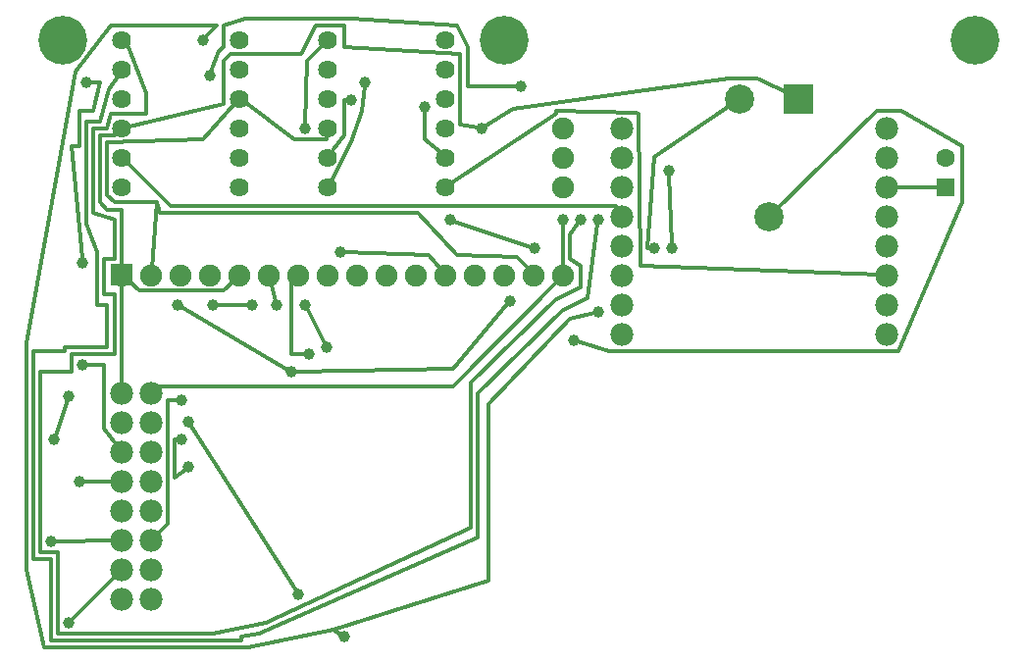
<source format=gbl>
G04 MADE WITH FRITZING*
G04 WWW.FRITZING.ORG*
G04 DOUBLE SIDED*
G04 HOLES PLATED*
G04 CONTOUR ON CENTER OF CONTOUR VECTOR*
%ASAXBY*%
%FSLAX23Y23*%
%MOIN*%
%OFA0B0*%
%SFA1.0B1.0*%
%ADD10C,0.077778*%
%ADD11C,0.075000*%
%ADD12C,0.064000*%
%ADD13C,0.062992*%
%ADD14C,0.099000*%
%ADD15C,0.165354*%
%ADD16C,0.078000*%
%ADD17C,0.039370*%
%ADD18R,0.075000X0.075000*%
%ADD19R,0.062992X0.062992*%
%ADD20R,0.099000X0.099000*%
%ADD21C,0.012000*%
%LNCOPPER0*%
G90*
G70*
G54D10*
X2044Y1133D03*
X2044Y1233D03*
X2044Y1333D03*
X2044Y1433D03*
X2044Y1533D03*
X2044Y1633D03*
X2044Y1733D03*
X2044Y1833D03*
X2944Y1833D03*
X2944Y1733D03*
X2944Y1633D03*
X2944Y1533D03*
X2944Y1433D03*
X2944Y1333D03*
X2944Y1233D03*
X2944Y1133D03*
X2044Y1133D03*
X2044Y1233D03*
X2044Y1333D03*
X2044Y1433D03*
X2044Y1533D03*
X2044Y1633D03*
X2044Y1733D03*
X2044Y1833D03*
X2944Y1833D03*
X2944Y1733D03*
X2944Y1633D03*
X2944Y1533D03*
X2944Y1433D03*
X2944Y1333D03*
X2944Y1233D03*
X2944Y1133D03*
G54D11*
X344Y1333D03*
X444Y1333D03*
X544Y1333D03*
X644Y1333D03*
X744Y1333D03*
X844Y1333D03*
X944Y1333D03*
X1044Y1333D03*
X1144Y1333D03*
X1244Y1333D03*
X1344Y1333D03*
X1444Y1333D03*
X1544Y1333D03*
X1644Y1333D03*
X1744Y1333D03*
X1844Y1333D03*
G54D12*
X344Y1733D03*
X344Y1833D03*
X344Y1933D03*
X344Y2033D03*
X344Y2133D03*
X744Y2133D03*
X744Y2033D03*
X744Y1933D03*
X744Y1833D03*
X744Y1733D03*
X744Y1633D03*
X344Y1633D03*
G54D13*
X3144Y1633D03*
X3144Y1732D03*
G54D14*
X2444Y1933D03*
X2644Y1933D03*
X2544Y1533D03*
G54D11*
X1844Y1833D03*
X1844Y1733D03*
X1844Y1633D03*
G54D12*
X1444Y2033D03*
X1444Y1933D03*
X1444Y1833D03*
X1444Y1733D03*
X1444Y1633D03*
X1044Y1633D03*
X1044Y1733D03*
X1044Y1833D03*
X1044Y1933D03*
X1044Y2033D03*
X1044Y2133D03*
X1444Y2133D03*
G54D15*
X144Y2133D03*
X1644Y2133D03*
X3244Y2133D03*
G54D16*
X344Y933D03*
X344Y833D03*
X344Y733D03*
X344Y633D03*
X344Y533D03*
X344Y433D03*
X344Y333D03*
X344Y233D03*
X344Y933D03*
X344Y833D03*
X344Y733D03*
X344Y633D03*
X344Y533D03*
X344Y433D03*
X344Y333D03*
X344Y233D03*
X444Y233D03*
X444Y333D03*
X444Y433D03*
X444Y533D03*
X444Y633D03*
X444Y733D03*
X444Y833D03*
X444Y933D03*
G54D17*
X966Y1832D03*
X1374Y1904D03*
X2154Y1424D03*
X1566Y1832D03*
X1086Y1412D03*
X1842Y1520D03*
X1746Y1424D03*
X1458Y1520D03*
X546Y908D03*
X654Y1232D03*
X786Y1232D03*
X1122Y1928D03*
X198Y632D03*
X2214Y1424D03*
X2202Y1688D03*
X1698Y1976D03*
X642Y2012D03*
X546Y776D03*
X570Y680D03*
X210Y1028D03*
X918Y1004D03*
X534Y1232D03*
X1878Y1112D03*
X1662Y1244D03*
X978Y1064D03*
X162Y152D03*
X870Y1232D03*
X966Y1232D03*
X1038Y1088D03*
X1170Y1988D03*
X102Y428D03*
X1902Y1520D03*
X1962Y1520D03*
X222Y1988D03*
X210Y1376D03*
X162Y920D03*
X114Y776D03*
X618Y2132D03*
X1962Y1208D03*
X570Y836D03*
X942Y248D03*
X1098Y104D03*
G54D18*
X344Y1334D03*
G54D19*
X3144Y1633D03*
G54D20*
X2644Y1933D03*
G54D21*
X3123Y1633D02*
X2968Y1633D01*
D02*
X1026Y2115D02*
X972Y2060D01*
X972Y2060D02*
X966Y1846D01*
D02*
X1425Y1750D02*
X1374Y1796D01*
X1374Y1796D02*
X1374Y1891D01*
D02*
X2032Y1553D02*
X2022Y1568D01*
X2022Y1568D02*
X510Y1568D01*
X510Y1568D02*
X363Y1715D01*
D02*
X1466Y1647D02*
X1818Y1880D01*
X1818Y1880D02*
X1818Y1892D01*
X1818Y1892D02*
X2094Y1886D01*
X2094Y1886D02*
X2100Y1880D01*
X2100Y1880D02*
X2106Y1364D01*
X2106Y1364D02*
X2921Y1334D01*
D02*
X727Y1915D02*
X618Y1796D01*
X618Y1796D02*
X294Y1784D01*
X294Y1784D02*
X294Y1604D01*
X294Y1604D02*
X318Y1580D01*
X318Y1580D02*
X462Y1580D01*
X462Y1580D02*
X446Y1356D01*
D02*
X1040Y1808D02*
X1038Y1796D01*
X1038Y1796D02*
X930Y1796D01*
X930Y1796D02*
X765Y1918D01*
D02*
X1728Y1350D02*
X1686Y1394D01*
X1686Y1394D02*
X1482Y1400D01*
X1482Y1400D02*
X1350Y1544D01*
X1350Y1544D02*
X474Y1544D01*
X474Y1544D02*
X462Y1580D01*
D02*
X2423Y1919D02*
X2154Y1736D01*
X2154Y1736D02*
X2130Y1424D01*
X2130Y1424D02*
X2141Y1424D01*
D02*
X1577Y1839D02*
X1674Y1898D01*
X1674Y1898D02*
X2406Y2000D01*
X2406Y2000D02*
X2502Y2000D01*
X2502Y2000D02*
X2621Y1944D01*
D02*
X369Y1839D02*
X690Y1916D01*
X690Y1916D02*
X690Y2060D01*
X690Y2060D02*
X714Y2084D01*
X714Y2084D02*
X954Y2084D01*
X954Y2084D02*
X1002Y2180D01*
X1002Y2180D02*
X1098Y2180D01*
X1098Y2180D02*
X1098Y2108D01*
X1098Y2108D02*
X1494Y2084D01*
X1494Y2084D02*
X1494Y1844D01*
X1494Y1844D02*
X1553Y1834D01*
D02*
X344Y1356D02*
X342Y1556D01*
X342Y1556D02*
X294Y1556D01*
X294Y1556D02*
X270Y1580D01*
X270Y1580D02*
X270Y1808D01*
X270Y1808D02*
X318Y1808D01*
X318Y1808D02*
X326Y1816D01*
D02*
X344Y958D02*
X344Y1310D01*
D02*
X728Y1317D02*
X690Y1280D01*
X690Y1280D02*
X402Y1280D01*
X402Y1280D02*
X361Y1318D01*
D02*
X1429Y1351D02*
X1386Y1400D01*
X1386Y1400D02*
X1099Y1412D01*
D02*
X1844Y1356D02*
X1842Y1507D01*
D02*
X464Y948D02*
X474Y956D01*
X474Y956D02*
X1470Y956D01*
X1470Y956D02*
X1828Y1317D01*
D02*
X1733Y1428D02*
X1471Y1516D01*
D02*
X462Y451D02*
X498Y488D01*
X498Y488D02*
X498Y908D01*
X498Y908D02*
X533Y908D01*
D02*
X667Y1232D02*
X773Y1232D01*
D02*
X1109Y1928D02*
X1098Y1928D01*
X1098Y1928D02*
X1098Y1808D01*
X1098Y1808D02*
X1062Y1760D01*
X1062Y1760D02*
X1058Y1755D01*
D02*
X320Y633D02*
X211Y632D01*
D02*
X2213Y1438D02*
X2203Y1675D01*
D02*
X1685Y1976D02*
X1518Y1976D01*
X1518Y1976D02*
X1518Y2108D01*
X1518Y2108D02*
X1482Y2180D01*
X1482Y2180D02*
X1122Y2204D01*
X1122Y2204D02*
X762Y2204D01*
X762Y2204D02*
X690Y2180D01*
X690Y2180D02*
X690Y2108D01*
X690Y2108D02*
X672Y2096D01*
X672Y2096D02*
X647Y2025D01*
D02*
X533Y776D02*
X522Y776D01*
X522Y776D02*
X522Y644D01*
X522Y644D02*
X559Y672D01*
D02*
X329Y753D02*
X282Y812D01*
X282Y812D02*
X282Y1028D01*
X282Y1028D02*
X223Y1028D01*
D02*
X906Y1011D02*
X546Y1225D01*
D02*
X2563Y1552D02*
X2910Y1892D01*
X2910Y1892D02*
X2994Y1892D01*
X2994Y1892D02*
X3198Y1772D01*
X3198Y1772D02*
X3198Y1580D01*
X3198Y1580D02*
X2982Y1076D01*
X2982Y1076D02*
X1998Y1076D01*
X1998Y1076D02*
X1891Y1108D01*
D02*
X1653Y1234D02*
X1470Y1016D01*
X1470Y1016D02*
X931Y1005D01*
D02*
X929Y1316D02*
X918Y1304D01*
X918Y1304D02*
X918Y1064D01*
X918Y1064D02*
X965Y1064D01*
D02*
X172Y162D02*
X327Y316D01*
D02*
X850Y1311D02*
X867Y1245D01*
D02*
X972Y1220D02*
X1032Y1100D01*
D02*
X1168Y1975D02*
X1158Y1892D01*
X1158Y1892D02*
X1122Y1784D01*
X1122Y1784D02*
X1056Y1656D01*
D02*
X320Y433D02*
X115Y429D01*
D02*
X361Y2114D02*
X366Y2108D01*
X366Y2108D02*
X426Y1952D01*
X426Y1952D02*
X426Y1880D01*
X426Y1880D02*
X306Y1880D01*
X306Y1880D02*
X294Y1832D01*
X294Y1832D02*
X246Y1832D01*
X246Y1832D02*
X246Y1544D01*
X246Y1544D02*
X318Y1520D01*
X318Y1520D02*
X318Y1388D01*
X318Y1388D02*
X282Y1388D01*
X282Y1388D02*
X282Y1268D01*
X282Y1268D02*
X318Y1268D01*
X318Y1268D02*
X318Y1064D01*
X318Y1064D02*
X174Y1064D01*
X174Y1064D02*
X174Y1004D01*
X174Y1004D02*
X66Y1004D01*
X66Y1004D02*
X66Y392D01*
X66Y392D02*
X126Y392D01*
X126Y392D02*
X126Y116D01*
X126Y116D02*
X654Y116D01*
X654Y116D02*
X834Y152D01*
X834Y152D02*
X1530Y476D01*
X1530Y476D02*
X1530Y968D01*
X1530Y968D02*
X1818Y1250D01*
X1818Y1250D02*
X1902Y1292D01*
X1902Y1292D02*
X1902Y1364D01*
X1902Y1364D02*
X1866Y1388D01*
X1866Y1388D02*
X1866Y1472D01*
X1866Y1472D02*
X1894Y1509D01*
D02*
X1960Y1507D02*
X1926Y1256D01*
X1926Y1256D02*
X1842Y1214D01*
X1842Y1214D02*
X1554Y932D01*
X1554Y932D02*
X1554Y440D01*
X1554Y440D02*
X810Y116D01*
X810Y116D02*
X750Y104D01*
X750Y104D02*
X750Y92D01*
X750Y92D02*
X102Y92D01*
X102Y92D02*
X102Y368D01*
X102Y368D02*
X42Y368D01*
X42Y368D02*
X42Y1076D01*
X42Y1076D02*
X150Y1076D01*
X150Y1076D02*
X150Y1088D01*
X150Y1088D02*
X294Y1088D01*
X294Y1088D02*
X294Y1232D01*
X294Y1232D02*
X258Y1232D01*
X258Y1232D02*
X258Y1412D01*
X258Y1412D02*
X222Y1508D01*
X222Y1508D02*
X222Y1856D01*
X222Y1856D02*
X270Y1856D01*
X270Y1856D02*
X300Y1964D01*
X300Y1964D02*
X331Y2012D01*
D02*
X235Y1988D02*
X270Y1988D01*
X270Y1988D02*
X246Y1892D01*
X246Y1892D02*
X198Y1892D01*
X198Y1892D02*
X198Y1772D01*
X198Y1772D02*
X174Y1772D01*
X174Y1772D02*
X209Y1390D01*
D02*
X158Y907D02*
X118Y789D01*
D02*
X627Y2142D02*
X666Y2180D01*
X666Y2180D02*
X306Y2180D01*
X306Y2180D02*
X186Y2024D01*
X186Y2024D02*
X18Y1100D01*
X18Y1100D02*
X18Y332D01*
X18Y332D02*
X78Y68D01*
X78Y68D02*
X774Y68D01*
X774Y68D02*
X1062Y128D01*
X1062Y128D02*
X1590Y296D01*
X1590Y296D02*
X1590Y896D01*
X1590Y896D02*
X1866Y1184D01*
X1866Y1184D02*
X1949Y1205D01*
D02*
X577Y825D02*
X935Y260D01*
D02*
X1087Y112D02*
X1062Y128D01*
G04 End of Copper0*
M02*
</source>
